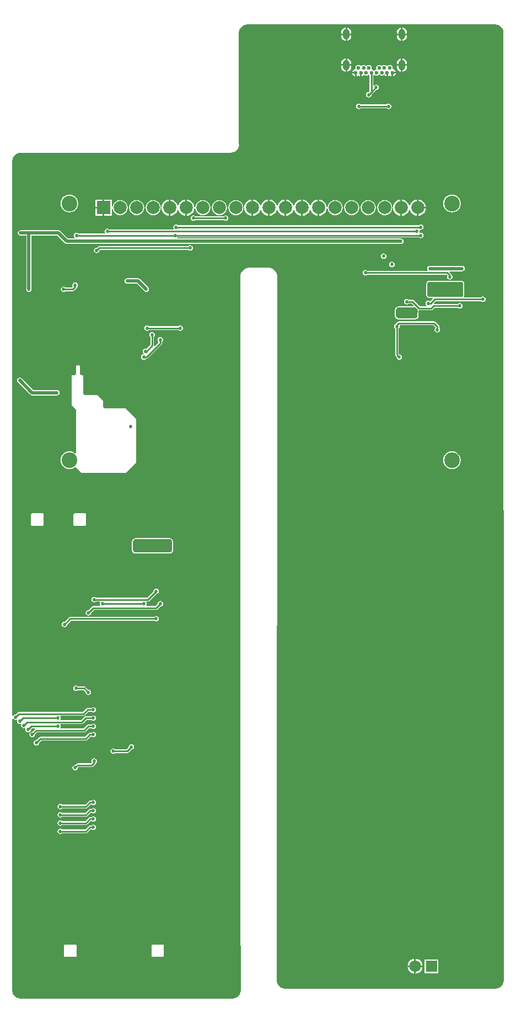
<source format=gbl>
G04*
G04 #@! TF.GenerationSoftware,Altium Limited,CircuitStudio,1.5.2 (30)*
G04*
G04 Layer_Physical_Order=2*
G04 Layer_Color=12500520*
%FSLAX25Y25*%
%MOIN*%
G70*
G01*
G75*
%ADD11C,0.01000*%
%ADD13C,0.02000*%
%ADD40C,0.07087*%
%ADD41R,0.07087X0.07087*%
%ADD42C,0.09449*%
%ADD43R,0.07874X0.07874*%
%ADD44C,0.07874*%
%ADD45O,0.03937X0.06299*%
%ADD46C,0.02362*%
%ADD47C,0.02050*%
%ADD48C,0.01969*%
%ADD49C,0.02000*%
G36*
X302626Y626249D02*
X303842Y625746D01*
X304886Y624944D01*
X305687Y623901D01*
X306190Y622685D01*
X306298Y621869D01*
X306319Y621378D01*
X306319D01*
X306362Y48878D01*
X306362Y48878D01*
X306190Y47572D01*
X305686Y46356D01*
X304885Y45312D01*
X303841Y44510D01*
X302625Y44007D01*
X301809Y43899D01*
X301319Y43878D01*
Y43878D01*
X174319Y43835D01*
X174318Y43835D01*
X173013Y44007D01*
X171797Y44510D01*
X170753Y45312D01*
X169951Y46356D01*
X169448Y47572D01*
X169341Y48385D01*
X169319Y48878D01*
X169319Y48878D01*
X169319Y48878D01*
X169362Y474378D01*
X169362Y474379D01*
X169190Y475684D01*
X168687Y476900D01*
X167885Y477944D01*
X166841Y478745D01*
X165625Y479249D01*
X164809Y479356D01*
X164321Y479421D01*
X164319Y479421D01*
D01*
X163820Y479419D01*
X163766Y479426D01*
X163721Y479415D01*
X163679Y479432D01*
X156758Y479405D01*
X152887Y479419D01*
X152854Y479432D01*
X152823Y479419D01*
X152797Y479419D01*
X152770Y479426D01*
X152715Y479419D01*
X152319Y479421D01*
X152317Y479421D01*
X151012Y479249D01*
X149796Y478746D01*
X148752Y477945D01*
X147951Y476901D01*
X147448Y475685D01*
X147339Y474864D01*
X147338Y474851D01*
X147277Y474390D01*
X147276Y474380D01*
X147247Y473904D01*
X147247Y473904D01*
X147244Y473866D01*
X147241Y473819D01*
X147241Y473424D01*
X147284Y70378D01*
X147241Y70275D01*
X147258Y70234D01*
X147247Y70191D01*
X147359Y69337D01*
X147362Y42878D01*
X147362Y42875D01*
X147190Y41571D01*
X146687Y40355D01*
X145886Y39311D01*
X144842Y38510D01*
X143626Y38006D01*
X142809Y37899D01*
X142319Y37878D01*
Y37878D01*
X14319Y37835D01*
X13014Y38007D01*
X11797Y38510D01*
X10753Y39312D01*
X9951Y40356D01*
X9448Y41573D01*
X9281Y42835D01*
X9319Y42878D01*
X9319D01*
Y206866D01*
X9402Y206926D01*
X10082Y206805D01*
X10147Y206706D01*
X10685Y206347D01*
X11319Y206221D01*
X11904Y206337D01*
X12110Y206169D01*
X12279Y205963D01*
X12162Y205378D01*
X12288Y204744D01*
X12647Y204206D01*
X13185Y203847D01*
X13819Y203721D01*
X14404Y203837D01*
X14610Y203669D01*
X14779Y203463D01*
X14662Y202878D01*
X14788Y202244D01*
X15147Y201706D01*
X15685Y201347D01*
X16319Y201221D01*
X16904Y201338D01*
X17110Y201169D01*
X17279Y200963D01*
X17162Y200378D01*
X17288Y199744D01*
X17647Y199206D01*
X18185Y198847D01*
X18819Y198721D01*
X19453Y198847D01*
X19990Y199206D01*
X20350Y199744D01*
X20476Y200378D01*
X20464Y200437D01*
X21283Y201256D01*
X23002D01*
X23154Y200756D01*
X23026Y200671D01*
X23026Y200671D01*
X21378Y199023D01*
X21319Y199035D01*
X20685Y198909D01*
X20147Y198549D01*
X19788Y198012D01*
X19662Y197378D01*
X19788Y196744D01*
X20147Y196206D01*
X20685Y195847D01*
X21319Y195721D01*
X21953Y195847D01*
X22490Y196206D01*
X22850Y196744D01*
X22976Y197378D01*
X22964Y197437D01*
X24284Y198756D01*
X52733D01*
X52733Y198756D01*
X53162Y198842D01*
X53526Y199085D01*
X55698Y201256D01*
X57114D01*
X57147Y201206D01*
X57685Y200847D01*
X58319Y200721D01*
X58953Y200847D01*
X59491Y201206D01*
X59850Y201744D01*
X59976Y202378D01*
X59850Y203012D01*
X59491Y203550D01*
X58953Y203909D01*
X58319Y204035D01*
X57685Y203909D01*
X57147Y203550D01*
X57114Y203500D01*
X55233D01*
X54804Y203414D01*
X54440Y203171D01*
X54440Y203171D01*
X52269Y200999D01*
X38454D01*
X38186Y201500D01*
X38350Y201744D01*
X38476Y202378D01*
X38350Y203012D01*
X38186Y203256D01*
X38454Y203756D01*
X51233D01*
X51233Y203756D01*
X51662Y203842D01*
X52026Y204085D01*
X54198Y206256D01*
X57114D01*
X57147Y206206D01*
X57685Y205847D01*
X58319Y205721D01*
X58953Y205847D01*
X59491Y206206D01*
X59850Y206744D01*
X59976Y207378D01*
X59850Y208012D01*
X59491Y208549D01*
X58953Y208909D01*
X58319Y209035D01*
X57685Y208909D01*
X57147Y208549D01*
X57114Y208500D01*
X53733D01*
X53304Y208414D01*
X52940Y208171D01*
X52940Y208171D01*
X50769Y205999D01*
X38454D01*
X38186Y206500D01*
X38350Y206744D01*
X38476Y207378D01*
X38350Y208012D01*
X38186Y208256D01*
X38454Y208756D01*
X52440D01*
X52440Y208756D01*
X52869Y208842D01*
X53233Y209085D01*
X55405Y211256D01*
X57114D01*
X57147Y211206D01*
X57685Y210847D01*
X58319Y210721D01*
X58953Y210847D01*
X59491Y211206D01*
X59850Y211744D01*
X59976Y212378D01*
X59850Y213012D01*
X59491Y213549D01*
X58953Y213909D01*
X58319Y214035D01*
X57685Y213909D01*
X57147Y213549D01*
X57114Y213499D01*
X54940D01*
X54511Y213414D01*
X54147Y213171D01*
X54147Y213171D01*
X51976Y210999D01*
X13319D01*
X13319Y210999D01*
X12890Y210914D01*
X12526Y210671D01*
X12526Y210671D01*
X11378Y209523D01*
X11319Y209535D01*
X10685Y209409D01*
X10147Y209050D01*
X10082Y208951D01*
X9402Y208830D01*
X9319Y208890D01*
Y355378D01*
X9276Y543878D01*
X9448Y545183D01*
X9951Y546399D01*
X10753Y547444D01*
X11797Y548245D01*
X13014Y548749D01*
X14276Y548915D01*
X14319Y548878D01*
Y548878D01*
X14319Y548878D01*
X141319Y548835D01*
X142624Y549007D01*
X143841Y549510D01*
X144885Y550312D01*
X145686Y551356D01*
X146190Y552573D01*
X146362Y553878D01*
X146319D01*
X146276Y621378D01*
X146448Y622683D01*
X146951Y623900D01*
X147753Y624944D01*
X148797Y625745D01*
X150014Y626249D01*
X151276Y626415D01*
X151319Y626378D01*
Y626378D01*
X301319Y626421D01*
X301321Y626421D01*
X302626Y626249D01*
D02*
G37*
%LPC*%
G36*
X110819Y444535D02*
X110185Y444409D01*
X109647Y444050D01*
X109614Y443999D01*
X92024D01*
X91991Y444050D01*
X91453Y444409D01*
X90819Y444535D01*
X90185Y444409D01*
X89647Y444050D01*
X89288Y443512D01*
X89162Y442878D01*
X89288Y442244D01*
X89647Y441706D01*
X90185Y441347D01*
X90819Y441221D01*
X91453Y441347D01*
X91991Y441706D01*
X92024Y441756D01*
X109614D01*
X109647Y441706D01*
X110185Y441347D01*
X110819Y441221D01*
X111453Y441347D01*
X111990Y441706D01*
X112350Y442244D01*
X112476Y442878D01*
X112350Y443512D01*
X111990Y444050D01*
X111453Y444409D01*
X110819Y444535D01*
D02*
G37*
G36*
X264319Y447000D02*
X264319Y447000D01*
X242819D01*
X242390Y446914D01*
X242026Y446671D01*
X242026Y446671D01*
X241026Y445671D01*
X240783Y445307D01*
X240744Y445114D01*
X240647Y445049D01*
X240288Y444512D01*
X240162Y443878D01*
X240288Y443244D01*
X240647Y442706D01*
X240697Y442673D01*
Y426878D01*
X240697Y426878D01*
X240783Y426449D01*
X241026Y426085D01*
X241695Y425416D01*
X241688Y425378D01*
X241812Y424754D01*
X242165Y424224D01*
X242695Y423871D01*
X243319Y423747D01*
X243943Y423871D01*
X244473Y424224D01*
X244826Y424754D01*
X244950Y425378D01*
X244826Y426002D01*
X244473Y426532D01*
X243943Y426885D01*
X243319Y427009D01*
X243281Y427002D01*
X242940Y427343D01*
Y442673D01*
X242990Y442706D01*
X243350Y443244D01*
X243476Y443878D01*
X243401Y444256D01*
X243722Y444728D01*
X243772Y444756D01*
X263854D01*
X265080Y443531D01*
X265147Y443049D01*
X264788Y442512D01*
X264662Y441878D01*
X264788Y441244D01*
X265147Y440706D01*
X265685Y440347D01*
X266319Y440221D01*
X266953Y440347D01*
X267491Y440706D01*
X267850Y441244D01*
X267976Y441878D01*
X267850Y442512D01*
X267491Y443049D01*
X267441Y443083D01*
Y443878D01*
X267441Y443878D01*
X267355Y444307D01*
X267112Y444671D01*
X267112Y444671D01*
X265112Y446671D01*
X264748Y446914D01*
X264319Y447000D01*
D02*
G37*
G36*
X47319Y470535D02*
X46685Y470409D01*
X46147Y470049D01*
X45788Y469512D01*
X45662Y468878D01*
X45788Y468244D01*
X45913Y468058D01*
X45354Y467499D01*
X41524D01*
X41491Y467550D01*
X40953Y467909D01*
X40319Y468035D01*
X39685Y467909D01*
X39147Y467550D01*
X38788Y467012D01*
X38662Y466378D01*
X38788Y465744D01*
X39147Y465206D01*
X39685Y464847D01*
X40319Y464721D01*
X40953Y464847D01*
X41491Y465206D01*
X41524Y465256D01*
X45819D01*
X45819Y465256D01*
X46248Y465342D01*
X46612Y465585D01*
X48112Y467085D01*
X48355Y467449D01*
X48393Y467641D01*
X48491Y467706D01*
X48850Y468244D01*
X48976Y468878D01*
X48850Y469512D01*
X48491Y470049D01*
X47953Y470409D01*
X47319Y470535D01*
D02*
G37*
G36*
X78819Y473035D02*
X78185Y472909D01*
X77647Y472549D01*
X77288Y472012D01*
X77162Y471378D01*
X77288Y470744D01*
X77647Y470206D01*
X78185Y469847D01*
X78819Y469721D01*
X78947Y469747D01*
X84643D01*
X89075Y465315D01*
X89147Y465206D01*
X89685Y464847D01*
X90319Y464721D01*
X90953Y464847D01*
X91491Y465206D01*
X91850Y465744D01*
X91976Y466378D01*
X91850Y467012D01*
X91491Y467550D01*
X91382Y467622D01*
X86472Y472532D01*
X85943Y472885D01*
X85319Y473009D01*
X78947D01*
X78819Y473035D01*
D02*
G37*
G36*
X93819Y440535D02*
X93185Y440409D01*
X92647Y440050D01*
X92288Y439512D01*
X92162Y438878D01*
X92288Y438244D01*
X92647Y437706D01*
X92697Y437673D01*
Y432842D01*
X90295Y430440D01*
X89819Y430535D01*
X89185Y430409D01*
X88647Y430050D01*
X88288Y429512D01*
X88162Y428878D01*
X88288Y428244D01*
X88647Y427706D01*
X88820Y427591D01*
X88782Y427334D01*
X88670Y427090D01*
X88114Y426979D01*
X87577Y426620D01*
X87217Y426083D01*
X87091Y425449D01*
X87217Y424815D01*
X87577Y424277D01*
X88114Y423918D01*
X88748Y423792D01*
X89382Y423918D01*
X89920Y424277D01*
X89953Y424327D01*
X90390D01*
X90390Y424327D01*
X90819Y424413D01*
X91183Y424656D01*
X99612Y433085D01*
X99855Y433449D01*
X99941Y433878D01*
X99941Y433878D01*
Y434673D01*
X99990Y434706D01*
X100350Y435244D01*
X100476Y435878D01*
X100350Y436512D01*
X99990Y437049D01*
X99453Y437409D01*
X98819Y437535D01*
X98185Y437409D01*
X97647Y437049D01*
X97288Y436512D01*
X97162Y435878D01*
X97288Y435244D01*
X97647Y434706D01*
X97580Y434225D01*
X95380Y432025D01*
X94919Y432271D01*
X94941Y432378D01*
X94941Y432378D01*
Y437673D01*
X94990Y437706D01*
X95350Y438244D01*
X95476Y438878D01*
X95350Y439512D01*
X94990Y440050D01*
X94453Y440409D01*
X93819Y440535D01*
D02*
G37*
G36*
X275138Y368500D02*
X273748Y368317D01*
X272453Y367781D01*
X271340Y366927D01*
X270487Y365815D01*
X269950Y364520D01*
X269767Y363130D01*
X269950Y361740D01*
X270487Y360445D01*
X271340Y359332D01*
X272453Y358479D01*
X273748Y357943D01*
X275138Y357760D01*
X276528Y357943D01*
X277823Y358479D01*
X278935Y359332D01*
X279789Y360445D01*
X280325Y361740D01*
X280508Y363130D01*
X280325Y364520D01*
X279789Y365815D01*
X278935Y366927D01*
X277823Y367781D01*
X276528Y368317D01*
X275138Y368500D01*
D02*
G37*
G36*
X53319Y331051D02*
X46965D01*
X46505Y330861D01*
X46315Y330401D01*
Y324102D01*
X46505Y323643D01*
X46965Y323453D01*
X53319D01*
X53778Y323643D01*
X53968Y324102D01*
Y330401D01*
X53778Y330861D01*
X53319Y331051D01*
D02*
G37*
G36*
X13819Y413035D02*
X13185Y412909D01*
X12647Y412549D01*
X12288Y412012D01*
X12162Y411378D01*
X12288Y410744D01*
X12647Y410206D01*
X12756Y410134D01*
X20165Y402724D01*
X20695Y402371D01*
X21319Y402247D01*
X36191D01*
X36319Y402221D01*
X36953Y402347D01*
X37490Y402706D01*
X37850Y403244D01*
X37976Y403878D01*
X37850Y404512D01*
X37490Y405050D01*
X36953Y405409D01*
X36319Y405535D01*
X36191Y405509D01*
X21995D01*
X15063Y412441D01*
X14990Y412549D01*
X14453Y412909D01*
X13819Y413035D01*
D02*
G37*
G36*
X49819Y420378D02*
X48319D01*
X47819Y419878D01*
Y415378D01*
X46819Y414378D01*
X45319D01*
Y396378D01*
X47819Y393878D01*
Y367387D01*
X47319Y367140D01*
X46484Y367781D01*
X45189Y368317D01*
X43799Y368500D01*
X42409Y368317D01*
X41114Y367781D01*
X40002Y366927D01*
X39148Y365815D01*
X38612Y364520D01*
X38429Y363130D01*
X38612Y361740D01*
X39148Y360445D01*
X40002Y359332D01*
X41114Y358479D01*
X42409Y357943D01*
X43799Y357760D01*
X45189Y357943D01*
X46484Y358479D01*
X47319Y359119D01*
X47819Y358878D01*
X51319Y355378D01*
X77819D01*
X84319Y361878D01*
Y387878D01*
X77819Y394378D01*
X65319D01*
X64319Y395378D01*
Y398878D01*
X60819Y402378D01*
X53319D01*
X52319Y403378D01*
Y414378D01*
X51319D01*
X50319Y415378D01*
Y419878D01*
X49819Y420378D01*
D02*
G37*
G36*
X261320Y471547D02*
X261258Y471521D01*
X261192Y471534D01*
X260802Y471457D01*
X260695Y471385D01*
X260568Y471360D01*
X260237Y471139D01*
X260165Y471032D01*
X260058Y470960D01*
X259882Y470696D01*
X259858Y470577D01*
X259788Y470478D01*
X259685Y470020D01*
X259698Y469948D01*
X259669Y469880D01*
X259650Y462880D01*
X259676Y462817D01*
X259662Y462751D01*
X259740Y462361D01*
X259812Y462254D01*
X259837Y462127D01*
X260058Y461796D01*
X260165Y461724D01*
X260237Y461617D01*
X260501Y461441D01*
X260620Y461417D01*
X260719Y461347D01*
X261176Y461244D01*
X261250Y461257D01*
X261318Y461229D01*
X263374Y461226D01*
X263581Y460726D01*
X261939Y459084D01*
X261453Y459409D01*
X260819Y459535D01*
X260185Y459409D01*
X259647Y459050D01*
X259288Y458512D01*
X259162Y457878D01*
X259288Y457244D01*
X259647Y456706D01*
X259957Y456499D01*
X259805Y456000D01*
X255784D01*
X252112Y459671D01*
X251748Y459914D01*
X251319Y460000D01*
X251319Y460000D01*
X249024D01*
X248991Y460049D01*
X248453Y460409D01*
X247819Y460535D01*
X247185Y460409D01*
X246647Y460049D01*
X246288Y459512D01*
X246162Y458878D01*
X246288Y458244D01*
X246647Y457706D01*
X247185Y457347D01*
X247819Y457221D01*
X248453Y457347D01*
X248991Y457706D01*
X249024Y457756D01*
X250854D01*
X252119Y456492D01*
X251927Y456030D01*
X242821Y456057D01*
X242758Y456031D01*
X242692Y456044D01*
X242107Y455928D01*
X242000Y455856D01*
X241873Y455831D01*
X241377Y455499D01*
X241305Y455392D01*
X241197Y455320D01*
X240866Y454824D01*
X240841Y454697D01*
X240769Y454590D01*
X240658Y454033D01*
X240665Y454000D01*
X240649Y453970D01*
X240673Y453891D01*
X240669Y453883D01*
X240640Y450383D01*
X240666Y450319D01*
X240653Y450251D01*
X240769Y449666D01*
X240841Y449558D01*
X240866Y449432D01*
X241197Y448936D01*
X241305Y448864D01*
X241377Y448757D01*
X241873Y448425D01*
X242000Y448400D01*
X242107Y448328D01*
X242663Y448217D01*
X242697Y448224D01*
X242727Y448208D01*
X242808Y448233D01*
X242817Y448229D01*
X252817Y448199D01*
X252880Y448225D01*
X252946Y448212D01*
X253531Y448328D01*
X253638Y448400D01*
X253765Y448425D01*
X254261Y448757D01*
X254333Y448864D01*
X254440Y448936D01*
X254772Y449432D01*
X254797Y449558D01*
X254869Y449666D01*
X254980Y450222D01*
X254973Y450256D01*
X254989Y450286D01*
X254965Y450364D01*
X254968Y450373D01*
X254995Y453492D01*
X255319Y453756D01*
X262612D01*
X262612Y453756D01*
X263041Y453842D01*
X263405Y454085D01*
X264576Y455256D01*
X278614D01*
X278647Y455206D01*
X279185Y454847D01*
X279819Y454721D01*
X280453Y454847D01*
X280991Y455206D01*
X281350Y455744D01*
X281476Y456378D01*
X281350Y457012D01*
X280991Y457549D01*
X280453Y457909D01*
X279819Y458035D01*
X279185Y457909D01*
X278647Y457549D01*
X278614Y457500D01*
X264234D01*
X264055Y457794D01*
X264017Y457989D01*
X265283Y459256D01*
X292614D01*
X292647Y459206D01*
X293185Y458847D01*
X293819Y458721D01*
X294453Y458847D01*
X294990Y459206D01*
X295350Y459744D01*
X295476Y460378D01*
X295350Y461012D01*
X294990Y461550D01*
X294453Y461909D01*
X293819Y462035D01*
X293185Y461909D01*
X292647Y461550D01*
X292614Y461500D01*
X282467D01*
X282216Y462000D01*
X282256Y462060D01*
X282280Y462179D01*
X282350Y462278D01*
X282453Y462735D01*
X282440Y462809D01*
X282468Y462878D01*
Y469878D01*
X282440Y469947D01*
X282453Y470020D01*
X282350Y470478D01*
X282280Y470577D01*
X282256Y470696D01*
X282080Y470960D01*
X281973Y471031D01*
X281901Y471139D01*
X281637Y471315D01*
X281518Y471339D01*
X281419Y471409D01*
X280961Y471512D01*
X280888Y471499D01*
X280820Y471527D01*
X261320Y471547D01*
D02*
G37*
G36*
X63968Y515150D02*
X59531D01*
Y510713D01*
X63968D01*
Y515150D01*
D02*
G37*
G36*
X138319Y511035D02*
X137685Y510909D01*
X137147Y510549D01*
X137114Y510499D01*
X120024D01*
X119991Y510549D01*
X119453Y510909D01*
X118819Y511035D01*
X118185Y510909D01*
X117647Y510549D01*
X117288Y510012D01*
X117162Y509378D01*
X117288Y508744D01*
X117647Y508206D01*
X118185Y507847D01*
X118819Y507721D01*
X119453Y507847D01*
X119991Y508206D01*
X120024Y508256D01*
X137114D01*
X137147Y508206D01*
X137685Y507847D01*
X138319Y507721D01*
X138953Y507847D01*
X139490Y508206D01*
X139850Y508744D01*
X139976Y509378D01*
X139850Y510012D01*
X139490Y510549D01*
X138953Y510909D01*
X138319Y511035D01*
D02*
G37*
G36*
X69406Y520587D02*
X64969D01*
Y515650D01*
Y510713D01*
X69406D01*
Y515517D01*
X69854Y515546D01*
X69884Y515548D01*
X69902Y515549D01*
X69906Y515550D01*
X69942Y515274D01*
Y515274D01*
X70048Y514465D01*
X70505Y513362D01*
X71233Y512414D01*
X72180Y511687D01*
X73284Y511229D01*
X74468Y511073D01*
X75653Y511229D01*
X76757Y511687D01*
X77704Y512414D01*
X78432Y513362D01*
X78889Y514465D01*
X79045Y515650D01*
X78889Y516834D01*
X78432Y517938D01*
X77704Y518885D01*
X76757Y519613D01*
X75653Y520070D01*
X74468Y520226D01*
X73284Y520070D01*
X72180Y519613D01*
X71233Y518885D01*
X70505Y517938D01*
X70048Y516834D01*
X69942Y516025D01*
Y516025D01*
X69906Y515750D01*
X69902Y515750D01*
X69884Y515751D01*
X69854Y515753D01*
X69406Y515782D01*
Y520587D01*
D02*
G37*
G36*
X259382Y515150D02*
X254969D01*
Y510736D01*
X255757Y510840D01*
X256958Y511337D01*
X257990Y512128D01*
X258781Y513160D01*
X259278Y514361D01*
X259382Y515150D01*
D02*
G37*
G36*
X256319Y505535D02*
X255685Y505409D01*
X255147Y505050D01*
X255114Y504999D01*
X109524D01*
X109491Y505050D01*
X108953Y505409D01*
X108319Y505535D01*
X107685Y505409D01*
X107147Y505050D01*
X106788Y504512D01*
X106662Y503878D01*
X106788Y503244D01*
X106951Y502999D01*
X106684Y502499D01*
X68024D01*
X67990Y502550D01*
X67453Y502909D01*
X66819Y503035D01*
X66185Y502909D01*
X65647Y502550D01*
X65288Y502012D01*
X65162Y501378D01*
X65288Y500744D01*
X65452Y500499D01*
X65184Y500000D01*
X49367D01*
X49334Y500049D01*
X48796Y500409D01*
X48162Y500535D01*
X47528Y500409D01*
X46991Y500049D01*
X46631Y499512D01*
X46505Y498878D01*
X46631Y498244D01*
X46991Y497706D01*
X47286Y497509D01*
X47134Y497009D01*
X42995D01*
X38473Y501532D01*
X37943Y501885D01*
X37319Y502009D01*
X14447D01*
X14319Y502035D01*
X13685Y501909D01*
X13147Y501549D01*
X12788Y501012D01*
X12662Y500378D01*
X12788Y499744D01*
X13147Y499206D01*
X13685Y498847D01*
X14319Y498721D01*
X14447Y498747D01*
X17688D01*
Y466506D01*
X17662Y466378D01*
X17788Y465744D01*
X18147Y465206D01*
X18685Y464847D01*
X19319Y464721D01*
X19953Y464847D01*
X20491Y465206D01*
X20850Y465744D01*
X20976Y466378D01*
X20950Y466506D01*
Y498747D01*
X36643D01*
X41165Y494224D01*
X41695Y493871D01*
X42319Y493747D01*
X86191D01*
X86319Y493721D01*
X86447Y493747D01*
X97691D01*
X97819Y493721D01*
X97947Y493747D01*
X244191D01*
X244319Y493721D01*
X244953Y493847D01*
X245491Y494206D01*
X245850Y494744D01*
X245976Y495378D01*
X245850Y496012D01*
X245491Y496550D01*
X244953Y496909D01*
X244319Y497035D01*
X244191Y497009D01*
X109046D01*
X108861Y497509D01*
X109090Y497756D01*
X255114D01*
X255147Y497706D01*
X255685Y497347D01*
X256319Y497221D01*
X256953Y497347D01*
X257490Y497706D01*
X257850Y498244D01*
X257976Y498878D01*
X257850Y499512D01*
X257490Y500049D01*
X256953Y500409D01*
X256319Y500535D01*
X255733Y500418D01*
X255528Y500587D01*
X255359Y500792D01*
X255476Y501378D01*
X255359Y501963D01*
X255528Y502169D01*
X255733Y502338D01*
X256319Y502221D01*
X256953Y502347D01*
X257490Y502706D01*
X257850Y503244D01*
X257976Y503878D01*
X257850Y504512D01*
X257490Y505050D01*
X256953Y505409D01*
X256319Y505535D01*
D02*
G37*
G36*
X281319Y480535D02*
X281191Y480509D01*
X261947D01*
X261819Y480535D01*
X261185Y480409D01*
X260647Y480050D01*
X260288Y479512D01*
X260162Y478878D01*
X260288Y478244D01*
X260452Y477999D01*
X260184Y477499D01*
X224024D01*
X223991Y477550D01*
X223453Y477909D01*
X222819Y478035D01*
X222185Y477909D01*
X221647Y477550D01*
X221288Y477012D01*
X221162Y476378D01*
X221288Y475744D01*
X221647Y475206D01*
X222185Y474847D01*
X222819Y474721D01*
X223453Y474847D01*
X223991Y475206D01*
X224024Y475256D01*
X271854D01*
X272413Y474698D01*
X272288Y474512D01*
X272162Y473878D01*
X272288Y473244D01*
X272647Y472706D01*
X273185Y472347D01*
X273819Y472221D01*
X274453Y472347D01*
X274991Y472706D01*
X275350Y473244D01*
X275476Y473878D01*
X275350Y474512D01*
X274991Y475049D01*
X274893Y475114D01*
X274855Y475307D01*
X274612Y475671D01*
X273536Y476747D01*
X273744Y477247D01*
X281191D01*
X281319Y477221D01*
X281953Y477347D01*
X282490Y477706D01*
X282850Y478244D01*
X282976Y478878D01*
X282850Y479512D01*
X282490Y480050D01*
X281953Y480409D01*
X281319Y480535D01*
D02*
G37*
G36*
X238819Y483035D02*
X238185Y482909D01*
X237647Y482549D01*
X237288Y482012D01*
X237162Y481378D01*
X237288Y480744D01*
X237647Y480206D01*
X238185Y479847D01*
X238819Y479721D01*
X239453Y479847D01*
X239990Y480206D01*
X240350Y480744D01*
X240476Y481378D01*
X240350Y482012D01*
X239990Y482549D01*
X239453Y482909D01*
X238819Y483035D01*
D02*
G37*
G36*
X116819Y493035D02*
X116185Y492909D01*
X115647Y492550D01*
X115614Y492499D01*
X61819D01*
X61819Y492499D01*
X61390Y492414D01*
X61026Y492171D01*
X60378Y491523D01*
X60319Y491535D01*
X59685Y491409D01*
X59147Y491049D01*
X58788Y490512D01*
X58662Y489878D01*
X58788Y489244D01*
X59147Y488706D01*
X59685Y488347D01*
X60319Y488221D01*
X60953Y488347D01*
X61490Y488706D01*
X61850Y489244D01*
X61976Y489878D01*
X61975Y489884D01*
X62306Y490256D01*
X115614D01*
X115647Y490206D01*
X116185Y489847D01*
X116819Y489721D01*
X117453Y489847D01*
X117991Y490206D01*
X118350Y490744D01*
X118476Y491378D01*
X118350Y492012D01*
X117991Y492550D01*
X117453Y492909D01*
X116819Y493035D01*
D02*
G37*
G36*
X233819Y488035D02*
X233185Y487909D01*
X232647Y487549D01*
X232288Y487012D01*
X232162Y486378D01*
X232288Y485744D01*
X232647Y485206D01*
X233185Y484847D01*
X233819Y484721D01*
X234453Y484847D01*
X234991Y485206D01*
X235350Y485744D01*
X235476Y486378D01*
X235350Y487012D01*
X234991Y487549D01*
X234453Y487909D01*
X233819Y488035D01*
D02*
G37*
G36*
X100319Y70551D02*
X94244D01*
X93785Y70361D01*
X93595Y69902D01*
Y63602D01*
X93785Y63143D01*
X94244Y62953D01*
X100319D01*
X100778Y63143D01*
X100968Y63602D01*
Y69902D01*
X100778Y70361D01*
X100319Y70551D01*
D02*
G37*
G36*
X47394Y70551D02*
X41319D01*
X40860Y70361D01*
X40670Y69902D01*
Y63602D01*
X40860Y63143D01*
X41319Y62953D01*
X47394D01*
X47853Y63143D01*
X48043Y63602D01*
Y69902D01*
X47853Y70361D01*
X47394Y70551D01*
D02*
G37*
G36*
X58319Y148035D02*
X57685Y147909D01*
X57147Y147549D01*
X57114Y147500D01*
X56319D01*
X55890Y147414D01*
X55526Y147171D01*
X55526Y147171D01*
X53354Y145000D01*
X39524D01*
X39491Y145050D01*
X38953Y145409D01*
X38319Y145535D01*
X37685Y145409D01*
X37147Y145050D01*
X36788Y144512D01*
X36662Y143878D01*
X36788Y143244D01*
X37147Y142706D01*
X37685Y142347D01*
X38319Y142221D01*
X38953Y142347D01*
X39491Y142706D01*
X39524Y142756D01*
X53819D01*
X53819Y142756D01*
X54248Y142842D01*
X54612Y143085D01*
X56666Y145139D01*
X57147Y145206D01*
X57685Y144847D01*
X58319Y144721D01*
X58953Y144847D01*
X59491Y145206D01*
X59850Y145744D01*
X59976Y146378D01*
X59850Y147012D01*
X59491Y147549D01*
X58953Y147909D01*
X58319Y148035D01*
D02*
G37*
G36*
Y143035D02*
X57685Y142909D01*
X57147Y142550D01*
X57114Y142499D01*
X56319D01*
X55890Y142414D01*
X55526Y142171D01*
X55526Y142171D01*
X53354Y139999D01*
X39524D01*
X39491Y140050D01*
X38953Y140409D01*
X38319Y140535D01*
X37685Y140409D01*
X37147Y140050D01*
X36788Y139512D01*
X36662Y138878D01*
X36788Y138244D01*
X37147Y137706D01*
X37685Y137347D01*
X38319Y137221D01*
X38953Y137347D01*
X39491Y137706D01*
X39524Y137756D01*
X53819D01*
X53819Y137756D01*
X54248Y137842D01*
X54612Y138085D01*
X56666Y140139D01*
X57147Y140206D01*
X57685Y139847D01*
X58319Y139721D01*
X58953Y139847D01*
X59491Y140206D01*
X59850Y140744D01*
X59976Y141378D01*
X59850Y142012D01*
X59491Y142550D01*
X58953Y142909D01*
X58319Y143035D01*
D02*
G37*
G36*
X253319Y61895D02*
Y57878D01*
X257336D01*
X257245Y58564D01*
X256787Y59669D01*
X256059Y60618D01*
X255110Y61347D01*
X254005Y61804D01*
X253319Y61895D01*
D02*
G37*
G36*
X252319Y56878D02*
X248302D01*
X248393Y56192D01*
X248850Y55087D01*
X249579Y54138D01*
X250528Y53409D01*
X251633Y52952D01*
X252319Y52861D01*
Y56878D01*
D02*
G37*
G36*
X257336D02*
X253319D01*
Y52861D01*
X254005Y52952D01*
X255110Y53409D01*
X256059Y54138D01*
X256787Y55087D01*
X257245Y56192D01*
X257336Y56878D01*
D02*
G37*
G36*
X252319Y61895D02*
X251633Y61804D01*
X250528Y61347D01*
X249579Y60618D01*
X248850Y59669D01*
X248393Y58564D01*
X248302Y57878D01*
X252319D01*
Y61895D01*
D02*
G37*
G36*
X266962Y61521D02*
X258676D01*
Y53235D01*
X266962D01*
Y61521D01*
D02*
G37*
G36*
X58319Y153035D02*
X57685Y152909D01*
X57147Y152550D01*
X57114Y152499D01*
X56319D01*
X55890Y152414D01*
X55526Y152171D01*
X55526Y152171D01*
X53354Y149999D01*
X39524D01*
X39491Y150049D01*
X38953Y150409D01*
X38319Y150535D01*
X37685Y150409D01*
X37147Y150049D01*
X36788Y149512D01*
X36662Y148878D01*
X36788Y148244D01*
X37147Y147706D01*
X37685Y147347D01*
X38319Y147221D01*
X38953Y147347D01*
X39491Y147706D01*
X39524Y147756D01*
X53819D01*
X53819Y147756D01*
X54248Y147842D01*
X54612Y148085D01*
X56666Y150139D01*
X57147Y150206D01*
X57685Y149847D01*
X58319Y149721D01*
X58953Y149847D01*
X59491Y150206D01*
X59850Y150744D01*
X59976Y151378D01*
X59850Y152012D01*
X59491Y152550D01*
X58953Y152909D01*
X58319Y153035D01*
D02*
G37*
G36*
X96319Y285535D02*
X95685Y285409D01*
X95147Y285050D01*
X94788Y284512D01*
X94662Y283878D01*
X94674Y283819D01*
X90854Y279999D01*
X60024D01*
X59991Y280049D01*
X59453Y280409D01*
X58819Y280535D01*
X58185Y280409D01*
X57647Y280049D01*
X57288Y279512D01*
X57162Y278878D01*
X57288Y278244D01*
X57647Y277706D01*
X58185Y277347D01*
X58819Y277221D01*
X59453Y277347D01*
X59991Y277706D01*
X60024Y277756D01*
X62184D01*
X62451Y277256D01*
X62288Y277012D01*
X62162Y276378D01*
X62288Y275744D01*
X62451Y275500D01*
X62184Y274999D01*
X58319D01*
X58319Y274999D01*
X57890Y274914D01*
X57526Y274671D01*
X55378Y272523D01*
X55319Y272535D01*
X54685Y272409D01*
X54147Y272049D01*
X53788Y271512D01*
X53662Y270878D01*
X53788Y270244D01*
X54147Y269706D01*
X54685Y269347D01*
X55319Y269221D01*
X55953Y269347D01*
X56490Y269706D01*
X56850Y270244D01*
X56976Y270878D01*
X56964Y270937D01*
X58784Y272756D01*
X96319D01*
X96319Y272756D01*
X96748Y272842D01*
X97112Y273085D01*
X98760Y274733D01*
X98819Y274721D01*
X99453Y274847D01*
X99990Y275206D01*
X100350Y275744D01*
X100476Y276378D01*
X100350Y277012D01*
X99990Y277550D01*
X99453Y277909D01*
X98819Y278035D01*
X98185Y277909D01*
X97647Y277550D01*
X97288Y277012D01*
X97162Y276378D01*
X97174Y276319D01*
X95854Y274999D01*
X90454D01*
X90186Y275500D01*
X90350Y275744D01*
X90476Y276378D01*
X90350Y277012D01*
X90186Y277256D01*
X90454Y277756D01*
X91319D01*
X91319Y277756D01*
X91748Y277842D01*
X92112Y278085D01*
X96260Y282233D01*
X96319Y282221D01*
X96953Y282347D01*
X97491Y282706D01*
X97850Y283244D01*
X97976Y283878D01*
X97850Y284512D01*
X97491Y285050D01*
X96953Y285409D01*
X96319Y285535D01*
D02*
G37*
G36*
Y269035D02*
X95685Y268909D01*
X95147Y268549D01*
X95114Y268499D01*
X44319D01*
X44319Y268499D01*
X43890Y268414D01*
X43526Y268171D01*
X43526Y268171D01*
X40878Y265523D01*
X40819Y265535D01*
X40185Y265409D01*
X39647Y265050D01*
X39288Y264512D01*
X39162Y263878D01*
X39288Y263244D01*
X39647Y262706D01*
X40185Y262347D01*
X40819Y262221D01*
X41453Y262347D01*
X41991Y262706D01*
X42350Y263244D01*
X42476Y263878D01*
X42464Y263937D01*
X44783Y266256D01*
X95114D01*
X95147Y266206D01*
X95685Y265847D01*
X96319Y265721D01*
X96953Y265847D01*
X97491Y266206D01*
X97850Y266744D01*
X97976Y267378D01*
X97850Y268012D01*
X97491Y268549D01*
X96953Y268909D01*
X96319Y269035D01*
D02*
G37*
G36*
X27673Y331051D02*
X21319D01*
X20860Y330861D01*
X20670Y330401D01*
Y324102D01*
X20860Y323643D01*
X21319Y323453D01*
X27673D01*
X28133Y323643D01*
X28323Y324102D01*
Y330401D01*
X28133Y330861D01*
X27673Y331051D01*
D02*
G37*
G36*
X104318Y316057D02*
X83818Y316027D01*
X83808Y316023D01*
X83727Y316048D01*
X83697Y316032D01*
X83663Y316038D01*
X83107Y315928D01*
X83000Y315856D01*
X82873Y315831D01*
X82377Y315499D01*
X82305Y315392D01*
X82197Y315320D01*
X81866Y314824D01*
X81841Y314697D01*
X81769Y314590D01*
X81653Y314005D01*
X81666Y313937D01*
X81640Y313874D01*
X81669Y308874D01*
X81673Y308865D01*
X81649Y308786D01*
X81665Y308756D01*
X81658Y308722D01*
X81769Y308166D01*
X81841Y308059D01*
X81866Y307932D01*
X82197Y307436D01*
X82305Y307364D01*
X82377Y307257D01*
X82873Y306925D01*
X83000Y306900D01*
X83107Y306828D01*
X83692Y306712D01*
X83758Y306725D01*
X83820Y306699D01*
X104320Y306729D01*
X104330Y306733D01*
X104411Y306708D01*
X104441Y306724D01*
X104474Y306717D01*
X105031Y306828D01*
X105138Y306900D01*
X105265Y306925D01*
X105761Y307257D01*
X105833Y307364D01*
X105940Y307436D01*
X106272Y307932D01*
X106297Y308059D01*
X106369Y308166D01*
X106485Y308751D01*
X106472Y308818D01*
X106498Y308882D01*
X106468Y313882D01*
X106465Y313891D01*
X106489Y313970D01*
X106473Y314000D01*
X106480Y314033D01*
X106369Y314590D01*
X106297Y314697D01*
X106272Y314824D01*
X105940Y315320D01*
X105833Y315392D01*
X105761Y315499D01*
X105265Y315831D01*
X105138Y315856D01*
X105031Y315928D01*
X104446Y316044D01*
X104380Y316031D01*
X104318Y316057D01*
D02*
G37*
G36*
X47819Y227035D02*
X47185Y226909D01*
X46647Y226550D01*
X46288Y226012D01*
X46162Y225378D01*
X46288Y224744D01*
X46647Y224206D01*
X47185Y223847D01*
X47819Y223721D01*
X48453Y223847D01*
X48990Y224206D01*
X49024Y224256D01*
X52354D01*
X53674Y222937D01*
X53662Y222878D01*
X53788Y222244D01*
X54147Y221706D01*
X54685Y221347D01*
X55319Y221221D01*
X55953Y221347D01*
X56490Y221706D01*
X56850Y222244D01*
X56976Y222878D01*
X56850Y223512D01*
X56490Y224049D01*
X55953Y224409D01*
X55319Y224535D01*
X55260Y224523D01*
X53612Y226171D01*
X53248Y226414D01*
X52819Y226500D01*
X52819Y226500D01*
X49024D01*
X48990Y226550D01*
X48453Y226909D01*
X47819Y227035D01*
D02*
G37*
G36*
X58819Y183035D02*
X58185Y182909D01*
X57647Y182550D01*
X57288Y182012D01*
X57162Y181378D01*
X57288Y180744D01*
X57413Y180558D01*
X56854Y179999D01*
X48819D01*
X48819Y179999D01*
X48390Y179914D01*
X48026Y179671D01*
X47378Y179023D01*
X47319Y179035D01*
X46685Y178909D01*
X46147Y178550D01*
X45788Y178012D01*
X45662Y177378D01*
X45788Y176744D01*
X46147Y176206D01*
X46685Y175847D01*
X47319Y175721D01*
X47953Y175847D01*
X48491Y176206D01*
X48850Y176744D01*
X48976Y177378D01*
X48974Y177384D01*
X49306Y177756D01*
X57319D01*
X57319Y177756D01*
X57748Y177842D01*
X58112Y178085D01*
X59612Y179585D01*
X59855Y179949D01*
X59894Y180141D01*
X59991Y180206D01*
X60350Y180744D01*
X60476Y181378D01*
X60350Y182012D01*
X59991Y182550D01*
X59453Y182909D01*
X58819Y183035D01*
D02*
G37*
G36*
X58319Y158035D02*
X57685Y157909D01*
X57147Y157550D01*
X57114Y157500D01*
X56319D01*
X55890Y157414D01*
X55526Y157171D01*
X55526Y157171D01*
X53354Y154999D01*
X39524D01*
X39491Y155050D01*
X38953Y155409D01*
X38319Y155535D01*
X37685Y155409D01*
X37147Y155050D01*
X36788Y154512D01*
X36662Y153878D01*
X36788Y153244D01*
X37147Y152706D01*
X37685Y152347D01*
X38319Y152221D01*
X38953Y152347D01*
X39491Y152706D01*
X39524Y152756D01*
X53819D01*
X53819Y152756D01*
X54248Y152842D01*
X54612Y153085D01*
X56666Y155139D01*
X57147Y155206D01*
X57685Y154847D01*
X58319Y154721D01*
X58953Y154847D01*
X59491Y155206D01*
X59850Y155744D01*
X59976Y156378D01*
X59850Y157012D01*
X59491Y157550D01*
X58953Y157909D01*
X58319Y158035D01*
D02*
G37*
G36*
Y199035D02*
X57685Y198909D01*
X57147Y198549D01*
X57114Y198500D01*
X56233D01*
X55804Y198414D01*
X55440Y198171D01*
X55440Y198171D01*
X53269Y196000D01*
X26319D01*
X25890Y195914D01*
X25526Y195671D01*
X25526Y195671D01*
X23878Y194023D01*
X23819Y194035D01*
X23185Y193909D01*
X22647Y193550D01*
X22288Y193012D01*
X22162Y192378D01*
X22288Y191744D01*
X22647Y191206D01*
X23185Y190847D01*
X23819Y190721D01*
X24453Y190847D01*
X24991Y191206D01*
X25350Y191744D01*
X25476Y192378D01*
X25464Y192437D01*
X26783Y193756D01*
X53733D01*
X53733Y193756D01*
X54162Y193842D01*
X54526Y194085D01*
X56652Y196211D01*
X57147Y196206D01*
X57685Y195847D01*
X58319Y195721D01*
X58953Y195847D01*
X59491Y196206D01*
X59850Y196744D01*
X59976Y197378D01*
X59850Y198012D01*
X59491Y198549D01*
X58953Y198909D01*
X58319Y199035D01*
D02*
G37*
G36*
X81319Y191535D02*
X80685Y191409D01*
X80147Y191050D01*
X79788Y190512D01*
X79662Y189878D01*
X79674Y189819D01*
X78354Y188499D01*
X71524D01*
X71491Y188549D01*
X70953Y188909D01*
X70319Y189035D01*
X69685Y188909D01*
X69147Y188549D01*
X68788Y188012D01*
X68662Y187378D01*
X68788Y186744D01*
X69147Y186206D01*
X69685Y185847D01*
X70319Y185721D01*
X70953Y185847D01*
X71491Y186206D01*
X71524Y186256D01*
X78819D01*
X78819Y186256D01*
X79248Y186342D01*
X79612Y186585D01*
X81260Y188233D01*
X81319Y188221D01*
X81953Y188347D01*
X82490Y188706D01*
X82850Y189244D01*
X82976Y189878D01*
X82850Y190512D01*
X82490Y191050D01*
X81953Y191409D01*
X81319Y191535D01*
D02*
G37*
G36*
X84469Y520226D02*
X83284Y520070D01*
X82180Y519613D01*
X81233Y518885D01*
X80505Y517938D01*
X80048Y516834D01*
X79892Y515650D01*
X80048Y514465D01*
X80505Y513362D01*
X81233Y512414D01*
X82180Y511687D01*
X83284Y511229D01*
X84469Y511073D01*
X85653Y511229D01*
X86757Y511687D01*
X87704Y512414D01*
X88432Y513362D01*
X88889Y514465D01*
X89045Y515650D01*
X88889Y516834D01*
X88432Y517938D01*
X87704Y518885D01*
X86757Y519613D01*
X85653Y520070D01*
X84469Y520226D01*
D02*
G37*
G36*
X247797Y601307D02*
X245303D01*
Y597698D01*
X245578Y597734D01*
X246300Y598033D01*
X246920Y598509D01*
X247396Y599129D01*
X247695Y599851D01*
X247797Y600626D01*
Y601307D01*
D02*
G37*
G36*
X214175D02*
X211681D01*
Y597698D01*
X211956Y597734D01*
X212678Y598033D01*
X213298Y598509D01*
X213774Y599129D01*
X214073Y599851D01*
X214175Y600626D01*
Y601307D01*
D02*
G37*
G36*
X237441Y601891D02*
X236746Y601753D01*
X236171Y601368D01*
X236045Y601298D01*
X235687D01*
X235562Y601368D01*
X234986Y601753D01*
X234291Y601891D01*
X233596Y601753D01*
X233007Y601359D01*
X232967Y601298D01*
X232467D01*
X232426Y601359D01*
X231837Y601753D01*
X231142Y601891D01*
X230447Y601753D01*
X229858Y601359D01*
X229464Y600770D01*
X229326Y600075D01*
X229464Y599380D01*
X229113Y599005D01*
X228872Y598957D01*
X228283Y598564D01*
X228242Y598503D01*
X227742D01*
X227701Y598564D01*
X227112Y598957D01*
X226871Y599005D01*
X226520Y599380D01*
X226659Y600075D01*
X226520Y600770D01*
X226127Y601359D01*
X225537Y601753D01*
X224843Y601891D01*
X224148Y601753D01*
X223572Y601368D01*
X223447Y601298D01*
X223089D01*
X222963Y601368D01*
X222388Y601753D01*
X221693Y601891D01*
X220998Y601753D01*
X220423Y601368D01*
X220297Y601298D01*
X219939D01*
X219814Y601368D01*
X219238Y601753D01*
X218543Y601891D01*
X217848Y601753D01*
X217259Y601359D01*
X216866Y600770D01*
X216727Y600075D01*
X216846Y599479D01*
X216118Y599334D01*
X215396Y598852D01*
X214914Y598131D01*
X214844Y597780D01*
X216969D01*
Y597280D01*
X217469D01*
Y595155D01*
X217820Y595225D01*
X218541Y595707D01*
X218546D01*
X219267Y595225D01*
X219618Y595155D01*
Y597280D01*
X220618D01*
Y595155D01*
X220969Y595225D01*
X221691Y595707D01*
X222330Y595764D01*
X222573Y595602D01*
X223268Y595464D01*
X223963Y595602D01*
X224552Y595995D01*
X225032Y595896D01*
X225296Y595641D01*
Y585941D01*
X224878Y585523D01*
X224819Y585535D01*
X224185Y585409D01*
X223647Y585049D01*
X223288Y584512D01*
X223162Y583878D01*
X223288Y583244D01*
X223647Y582706D01*
X224185Y582347D01*
X224819Y582221D01*
X225453Y582347D01*
X225991Y582706D01*
X226350Y583244D01*
X226476Y583878D01*
X226464Y583937D01*
X227210Y584683D01*
X227210Y584683D01*
X229260Y586733D01*
X229319Y586721D01*
X229953Y586847D01*
X230490Y587206D01*
X230850Y587744D01*
X230976Y588378D01*
X230850Y589012D01*
X230490Y589549D01*
X229953Y589909D01*
X229319Y590035D01*
X228685Y589909D01*
X228147Y589549D01*
X228039Y589387D01*
X227539Y589539D01*
Y595887D01*
X227701Y595995D01*
X227742Y596056D01*
X228242D01*
X228283Y595995D01*
X228872Y595602D01*
X229567Y595464D01*
X230262Y595602D01*
X230851Y595995D01*
X230892Y596056D01*
X231392D01*
X231433Y595995D01*
X232022Y595602D01*
X232717Y595464D01*
X233412Y595602D01*
X233654Y595764D01*
X234294Y595707D01*
X235015Y595225D01*
X235366Y595155D01*
Y597280D01*
X236366D01*
Y595155D01*
X236717Y595225D01*
X237439Y595707D01*
X237443D01*
X238165Y595225D01*
X238516Y595155D01*
Y597280D01*
X239016D01*
Y597780D01*
X241140D01*
X241070Y598131D01*
X240588Y598852D01*
X239867Y599334D01*
X239139Y599479D01*
X239257Y600075D01*
X239119Y600770D01*
X238725Y601359D01*
X238136Y601753D01*
X237441Y601891D01*
D02*
G37*
G36*
X244303Y605916D02*
X244028Y605880D01*
X243306Y605581D01*
X242686Y605105D01*
X242210Y604485D01*
X241911Y603763D01*
X241809Y602988D01*
Y602307D01*
X244303D01*
Y605916D01*
D02*
G37*
G36*
X210681D02*
X210406Y605880D01*
X209684Y605581D01*
X209064Y605105D01*
X208588Y604485D01*
X208289Y603763D01*
X208187Y602988D01*
Y602307D01*
X210681D01*
Y605916D01*
D02*
G37*
G36*
X216469Y596779D02*
X214844D01*
X214914Y596428D01*
X215396Y595707D01*
X216118Y595225D01*
X216469Y595155D01*
Y596779D01*
D02*
G37*
G36*
X236819Y578535D02*
X236185Y578409D01*
X235647Y578050D01*
X235614Y577999D01*
X220024D01*
X219990Y578050D01*
X219453Y578409D01*
X218819Y578535D01*
X218185Y578409D01*
X217647Y578050D01*
X217288Y577512D01*
X217162Y576878D01*
X217288Y576244D01*
X217647Y575706D01*
X218185Y575347D01*
X218819Y575221D01*
X219453Y575347D01*
X219990Y575706D01*
X220024Y575756D01*
X235614D01*
X235647Y575706D01*
X236185Y575347D01*
X236819Y575221D01*
X237453Y575347D01*
X237990Y575706D01*
X238350Y576244D01*
X238476Y576878D01*
X238350Y577512D01*
X237990Y578050D01*
X237453Y578409D01*
X236819Y578535D01*
D02*
G37*
G36*
X241140Y596779D02*
X239516D01*
Y595155D01*
X239867Y595225D01*
X240588Y595707D01*
X241070Y596428D01*
X241140Y596779D01*
D02*
G37*
G36*
X244303Y601307D02*
X241809D01*
Y600626D01*
X241911Y599851D01*
X242210Y599129D01*
X242686Y598509D01*
X243306Y598033D01*
X244028Y597734D01*
X244303Y597698D01*
Y601307D01*
D02*
G37*
G36*
X210681D02*
X208187D01*
Y600626D01*
X208289Y599851D01*
X208588Y599129D01*
X209064Y598509D01*
X209684Y598033D01*
X210406Y597734D01*
X210681Y597698D01*
Y601307D01*
D02*
G37*
G36*
X210681Y624539D02*
X210406Y624502D01*
X209684Y624203D01*
X209064Y623727D01*
X208588Y623107D01*
X208289Y622385D01*
X208187Y621610D01*
Y620929D01*
X210681D01*
Y624539D01*
D02*
G37*
G36*
X247797Y619929D02*
X245303D01*
Y616320D01*
X245578Y616356D01*
X246300Y616655D01*
X246920Y617131D01*
X247396Y617751D01*
X247695Y618473D01*
X247797Y619248D01*
Y619929D01*
D02*
G37*
G36*
X244303Y624539D02*
X244028Y624502D01*
X243306Y624203D01*
X242686Y623727D01*
X242210Y623107D01*
X241911Y622385D01*
X241809Y621610D01*
Y620929D01*
X244303D01*
Y624539D01*
D02*
G37*
G36*
X245303Y624539D02*
Y620929D01*
X247797D01*
Y621610D01*
X247695Y622385D01*
X247396Y623107D01*
X246920Y623727D01*
X246300Y624203D01*
X245578Y624502D01*
X245303Y624539D01*
D02*
G37*
G36*
X211681D02*
Y620929D01*
X214175D01*
Y621610D01*
X214073Y622385D01*
X213774Y623107D01*
X213298Y623727D01*
X212678Y624203D01*
X211956Y624502D01*
X211681Y624539D01*
D02*
G37*
G36*
X245303Y605916D02*
Y602307D01*
X247797D01*
Y602988D01*
X247695Y603763D01*
X247396Y604485D01*
X246920Y605105D01*
X246300Y605581D01*
X245578Y605880D01*
X245303Y605916D01*
D02*
G37*
G36*
X211681D02*
Y602307D01*
X214175D01*
Y602988D01*
X214073Y603763D01*
X213774Y604485D01*
X213298Y605105D01*
X212678Y605581D01*
X211956Y605880D01*
X211681Y605916D01*
D02*
G37*
G36*
X210681Y619929D02*
X208187D01*
Y619248D01*
X208289Y618473D01*
X208588Y617751D01*
X209064Y617131D01*
X209684Y616655D01*
X210406Y616356D01*
X210681Y616320D01*
Y619929D01*
D02*
G37*
G36*
X214175D02*
X211681D01*
Y616320D01*
X211956Y616356D01*
X212678Y616655D01*
X213298Y617131D01*
X213774Y617751D01*
X214073Y618473D01*
X214175Y619248D01*
Y619929D01*
D02*
G37*
G36*
X244303D02*
X241809D01*
Y619248D01*
X241911Y618473D01*
X242210Y617751D01*
X242686Y617131D01*
X243306Y616655D01*
X244028Y616356D01*
X244303Y616320D01*
Y619929D01*
D02*
G37*
G36*
X243969Y520563D02*
X243180Y520460D01*
X241979Y519962D01*
X240947Y519171D01*
X240156Y518139D01*
X239659Y516938D01*
X239524Y515919D01*
X239524D01*
X239043Y515878D01*
X239027D01*
X239019D01*
X239015D01*
X239015D01*
X239009Y515919D01*
Y515919D01*
X238889Y516834D01*
X238432Y517938D01*
X237704Y518885D01*
X236757Y519613D01*
X235653Y520070D01*
X234469Y520226D01*
X233284Y520070D01*
X232180Y519613D01*
X231233Y518885D01*
X230505Y517938D01*
X230048Y516834D01*
X229892Y515650D01*
X230048Y514465D01*
X230505Y513362D01*
X231233Y512414D01*
X232180Y511687D01*
X233284Y511229D01*
X234469Y511073D01*
X235653Y511229D01*
X236757Y511687D01*
X237704Y512414D01*
X238432Y513362D01*
X238889Y514465D01*
X239009Y515380D01*
Y515380D01*
X239015Y515421D01*
X239015D01*
X239019D01*
X239027D01*
X239043D01*
X239524Y515380D01*
Y515380D01*
X239524Y515380D01*
X239659Y514361D01*
X240156Y513160D01*
X240947Y512128D01*
X241979Y511337D01*
X243180Y510840D01*
X243969Y510736D01*
Y515650D01*
Y520563D01*
D02*
G37*
G36*
X103969D02*
X103180Y520460D01*
X101979Y519962D01*
X100947Y519171D01*
X100156Y518139D01*
X99659Y516938D01*
X99524Y515919D01*
X99524D01*
X99043Y515878D01*
X99027D01*
X99019D01*
X99015D01*
X99015D01*
X99009Y515919D01*
Y515919D01*
X98889Y516834D01*
X98432Y517938D01*
X97704Y518885D01*
X96757Y519613D01*
X95653Y520070D01*
X94468Y520226D01*
X93284Y520070D01*
X92180Y519613D01*
X91233Y518885D01*
X90505Y517938D01*
X90048Y516834D01*
X89892Y515650D01*
X90048Y514465D01*
X90505Y513362D01*
X91233Y512414D01*
X92180Y511687D01*
X93284Y511229D01*
X94468Y511073D01*
X95653Y511229D01*
X96757Y511687D01*
X97704Y512414D01*
X98432Y513362D01*
X98889Y514465D01*
X99009Y515380D01*
Y515380D01*
X99015Y515421D01*
X99015D01*
X99019D01*
X99027D01*
X99043D01*
X99524Y515380D01*
Y515380D01*
X99524Y515380D01*
X99659Y514361D01*
X100156Y513160D01*
X100947Y512128D01*
X101979Y511337D01*
X103180Y510840D01*
X103969Y510736D01*
Y515650D01*
Y520563D01*
D02*
G37*
G36*
X63968Y520587D02*
X59531D01*
Y516150D01*
X63968D01*
Y520587D01*
D02*
G37*
G36*
X194968Y520563D02*
Y515650D01*
Y510736D01*
X195757Y510840D01*
X196958Y511337D01*
X197990Y512128D01*
X198781Y513160D01*
X199278Y514361D01*
X199413Y515380D01*
X199413D01*
X199894Y515421D01*
X199910D01*
X199918D01*
X199922D01*
X199922D01*
X199928Y515380D01*
Y515380D01*
X200048Y514465D01*
X200505Y513362D01*
X201233Y512414D01*
X202180Y511687D01*
X203284Y511229D01*
X204468Y511073D01*
X205653Y511229D01*
X206757Y511687D01*
X207704Y512414D01*
X208432Y513362D01*
X208889Y514465D01*
X209045Y515650D01*
X208889Y516834D01*
X208432Y517938D01*
X207704Y518885D01*
X206757Y519613D01*
X205653Y520070D01*
X204468Y520226D01*
X203284Y520070D01*
X202180Y519613D01*
X201233Y518885D01*
X200505Y517938D01*
X200048Y516834D01*
X199928Y515919D01*
Y515919D01*
X199922Y515878D01*
X199922D01*
X199918D01*
X199910D01*
X199894D01*
X199413Y515919D01*
Y515919D01*
X199413Y515919D01*
X199278Y516938D01*
X198781Y518139D01*
X197990Y519171D01*
X196958Y519962D01*
X195757Y520460D01*
X194968Y520563D01*
D02*
G37*
G36*
X153969D02*
X153180Y520460D01*
X151979Y519962D01*
X150947Y519171D01*
X150156Y518139D01*
X149659Y516938D01*
X149524Y515919D01*
X149524D01*
X149043Y515878D01*
X149027D01*
X149019D01*
X149015D01*
X149015D01*
X149009Y515919D01*
Y515919D01*
X148889Y516834D01*
X148432Y517938D01*
X147704Y518885D01*
X146757Y519613D01*
X145653Y520070D01*
X144468Y520226D01*
X143284Y520070D01*
X142180Y519613D01*
X141233Y518885D01*
X140505Y517938D01*
X140048Y516834D01*
X139892Y515650D01*
X140048Y514465D01*
X140505Y513362D01*
X141233Y512414D01*
X142180Y511687D01*
X143284Y511229D01*
X144468Y511073D01*
X145653Y511229D01*
X146757Y511687D01*
X147704Y512414D01*
X148432Y513362D01*
X148889Y514465D01*
X149009Y515380D01*
Y515380D01*
X149015Y515421D01*
X149015D01*
X149019D01*
X149027D01*
X149043D01*
X149524Y515380D01*
Y515380D01*
X149524Y515380D01*
X149659Y514361D01*
X150156Y513160D01*
X150947Y512128D01*
X151979Y511337D01*
X153180Y510840D01*
X153969Y510736D01*
Y515650D01*
Y520563D01*
D02*
G37*
G36*
X224468Y520226D02*
X223284Y520070D01*
X222180Y519613D01*
X221233Y518885D01*
X220505Y517938D01*
X220048Y516834D01*
X219892Y515650D01*
X220048Y514465D01*
X220505Y513362D01*
X221233Y512414D01*
X222180Y511687D01*
X223284Y511229D01*
X224468Y511073D01*
X225653Y511229D01*
X226757Y511687D01*
X227704Y512414D01*
X228432Y513362D01*
X228889Y514465D01*
X229045Y515650D01*
X228889Y516834D01*
X228432Y517938D01*
X227704Y518885D01*
X226757Y519613D01*
X225653Y520070D01*
X224468Y520226D01*
D02*
G37*
G36*
X214469D02*
X213284Y520070D01*
X212180Y519613D01*
X211233Y518885D01*
X210505Y517938D01*
X210048Y516834D01*
X209892Y515650D01*
X210048Y514465D01*
X210505Y513362D01*
X211233Y512414D01*
X212180Y511687D01*
X213284Y511229D01*
X214469Y511073D01*
X215653Y511229D01*
X216757Y511687D01*
X217704Y512414D01*
X218432Y513362D01*
X218889Y514465D01*
X219045Y515650D01*
X218889Y516834D01*
X218432Y517938D01*
X217704Y518885D01*
X216757Y519613D01*
X215653Y520070D01*
X214469Y520226D01*
D02*
G37*
G36*
X275138Y523540D02*
X273748Y523357D01*
X272453Y522820D01*
X271340Y521967D01*
X270487Y520855D01*
X269950Y519559D01*
X269767Y518169D01*
X269950Y516779D01*
X270487Y515484D01*
X271340Y514372D01*
X272453Y513518D01*
X273748Y512982D01*
X275138Y512799D01*
X276528Y512982D01*
X277823Y513518D01*
X278935Y514372D01*
X279789Y515484D01*
X280325Y516779D01*
X280508Y518169D01*
X280325Y519559D01*
X279789Y520855D01*
X278935Y521967D01*
X277823Y522820D01*
X276528Y523357D01*
X275138Y523540D01*
D02*
G37*
G36*
X43799D02*
X42409Y523357D01*
X41114Y522820D01*
X40002Y521967D01*
X39148Y520855D01*
X38612Y519559D01*
X38429Y518169D01*
X38612Y516779D01*
X39148Y515484D01*
X40002Y514372D01*
X41114Y513518D01*
X42409Y512982D01*
X43799Y512799D01*
X45189Y512982D01*
X46484Y513518D01*
X47597Y514372D01*
X48450Y515484D01*
X48987Y516779D01*
X49170Y518169D01*
X48987Y519559D01*
X48450Y520855D01*
X47597Y521967D01*
X46484Y522820D01*
X45189Y523357D01*
X43799Y523540D01*
D02*
G37*
G36*
X183968Y520563D02*
X183180Y520460D01*
X181979Y519962D01*
X180947Y519171D01*
X180156Y518139D01*
X179739Y517133D01*
X179198D01*
X178781Y518139D01*
X177990Y519171D01*
X176958Y519962D01*
X175757Y520460D01*
X174969Y520563D01*
Y515650D01*
Y510736D01*
X175757Y510840D01*
X176958Y511337D01*
X177990Y512128D01*
X178781Y513160D01*
X179198Y514166D01*
X179739D01*
X180156Y513160D01*
X180947Y512128D01*
X181979Y511337D01*
X183180Y510840D01*
X183968Y510736D01*
Y515650D01*
Y520563D01*
D02*
G37*
G36*
X114969D02*
Y515650D01*
Y510736D01*
X115757Y510840D01*
X116958Y511337D01*
X117990Y512128D01*
X118781Y513160D01*
X119278Y514361D01*
X119413Y515380D01*
X119413D01*
X119894Y515421D01*
X119910D01*
X119918D01*
X119922D01*
X119922D01*
X119928Y515380D01*
Y515380D01*
X120048Y514465D01*
X120505Y513362D01*
X121233Y512414D01*
X122180Y511687D01*
X123284Y511229D01*
X124469Y511073D01*
X125653Y511229D01*
X126757Y511687D01*
X127704Y512414D01*
X128432Y513362D01*
X128889Y514465D01*
X129045Y515650D01*
X128889Y516834D01*
X128432Y517938D01*
X127704Y518885D01*
X126757Y519613D01*
X125653Y520070D01*
X124469Y520226D01*
X123284Y520070D01*
X122180Y519613D01*
X121233Y518885D01*
X120505Y517938D01*
X120048Y516834D01*
X119928Y515919D01*
Y515919D01*
X119922Y515878D01*
X119922D01*
X119918D01*
X119910D01*
X119894D01*
X119413Y515919D01*
Y515919D01*
X119413Y515919D01*
X119278Y516938D01*
X118781Y518139D01*
X117990Y519171D01*
X116958Y519962D01*
X115757Y520460D01*
X114969Y520563D01*
D02*
G37*
G36*
X253969D02*
X253180Y520460D01*
X251979Y519962D01*
X250947Y519171D01*
X250156Y518139D01*
X249739Y517133D01*
X249198D01*
X248781Y518139D01*
X247990Y519171D01*
X246958Y519962D01*
X245757Y520460D01*
X244969Y520563D01*
Y515650D01*
Y510736D01*
X245757Y510840D01*
X246958Y511337D01*
X247990Y512128D01*
X248781Y513160D01*
X249198Y514166D01*
X249739D01*
X250156Y513160D01*
X250947Y512128D01*
X251979Y511337D01*
X253180Y510840D01*
X253969Y510736D01*
Y515650D01*
Y520563D01*
D02*
G37*
G36*
X193968D02*
X193180Y520460D01*
X191979Y519962D01*
X190947Y519171D01*
X190156Y518139D01*
X189739Y517133D01*
X189198D01*
X188781Y518139D01*
X187990Y519171D01*
X186958Y519962D01*
X185757Y520460D01*
X184968Y520563D01*
Y515650D01*
Y510736D01*
X185757Y510840D01*
X186958Y511337D01*
X187990Y512128D01*
X188781Y513160D01*
X189198Y514166D01*
X189739D01*
X190156Y513160D01*
X190947Y512128D01*
X191979Y511337D01*
X193180Y510840D01*
X193968Y510736D01*
Y515650D01*
Y520563D01*
D02*
G37*
G36*
X173969D02*
X173180Y520460D01*
X171979Y519962D01*
X170947Y519171D01*
X170156Y518139D01*
X169739Y517133D01*
X169198D01*
X168781Y518139D01*
X167990Y519171D01*
X166958Y519962D01*
X165757Y520460D01*
X164969Y520563D01*
Y515650D01*
Y510736D01*
X165757Y510840D01*
X166958Y511337D01*
X167990Y512128D01*
X168781Y513160D01*
X169198Y514166D01*
X169739D01*
X170156Y513160D01*
X170947Y512128D01*
X171979Y511337D01*
X173180Y510840D01*
X173969Y510736D01*
Y515650D01*
Y520563D01*
D02*
G37*
G36*
X134468Y520226D02*
X133284Y520070D01*
X132180Y519613D01*
X131233Y518885D01*
X130505Y517938D01*
X130048Y516834D01*
X129892Y515650D01*
X130048Y514465D01*
X130505Y513362D01*
X131233Y512414D01*
X132180Y511687D01*
X133284Y511229D01*
X134468Y511073D01*
X135653Y511229D01*
X136757Y511687D01*
X137704Y512414D01*
X138432Y513362D01*
X138889Y514465D01*
X139045Y515650D01*
X138889Y516834D01*
X138432Y517938D01*
X137704Y518885D01*
X136757Y519613D01*
X135653Y520070D01*
X134468Y520226D01*
D02*
G37*
G36*
X254969Y520563D02*
Y516150D01*
X259382D01*
X259278Y516938D01*
X258781Y518139D01*
X257990Y519171D01*
X256958Y519962D01*
X255757Y520460D01*
X254969Y520563D01*
D02*
G37*
G36*
X163969D02*
X163180Y520460D01*
X161979Y519962D01*
X160947Y519171D01*
X160156Y518139D01*
X159739Y517133D01*
X159198D01*
X158781Y518139D01*
X157990Y519171D01*
X156958Y519962D01*
X155757Y520460D01*
X154969Y520563D01*
Y515650D01*
Y510736D01*
X155757Y510840D01*
X156958Y511337D01*
X157990Y512128D01*
X158781Y513160D01*
X159198Y514166D01*
X159739D01*
X160156Y513160D01*
X160947Y512128D01*
X161979Y511337D01*
X163180Y510840D01*
X163969Y510736D01*
Y515650D01*
Y520563D01*
D02*
G37*
G36*
X113969D02*
X113180Y520460D01*
X111979Y519962D01*
X110947Y519171D01*
X110156Y518139D01*
X109739Y517133D01*
X109198D01*
X108781Y518139D01*
X107990Y519171D01*
X106958Y519962D01*
X105757Y520460D01*
X104969Y520563D01*
Y515650D01*
Y510736D01*
X105757Y510840D01*
X106958Y511337D01*
X107990Y512128D01*
X108781Y513160D01*
X109198Y514166D01*
X109739D01*
X110156Y513160D01*
X110947Y512128D01*
X111979Y511337D01*
X113180Y510840D01*
X113969Y510736D01*
Y515650D01*
Y520563D01*
D02*
G37*
%LPD*%
G36*
X104904Y315291D02*
X105400Y314959D01*
X105732Y314463D01*
X105843Y313907D01*
X105819Y313878D01*
X105819D01*
X105848Y308878D01*
X105732Y308293D01*
X105400Y307797D01*
X104904Y307465D01*
X104348Y307354D01*
X104319Y307378D01*
Y307378D01*
X83819Y307348D01*
X83234Y307465D01*
X82737Y307797D01*
X82406Y308293D01*
X82295Y308849D01*
X82319Y308878D01*
X82319D01*
X82290Y313878D01*
X82406Y314463D01*
X82737Y314959D01*
X83234Y315291D01*
X83790Y315402D01*
X83819Y315378D01*
Y315378D01*
X104319Y315407D01*
X104904Y315291D01*
D02*
G37*
G36*
X252819Y455378D02*
Y455378D01*
X252848Y455402D01*
X253299Y455312D01*
X254253Y454358D01*
X254348Y453878D01*
X254319Y450378D01*
X254319D01*
X254343Y450349D01*
X254232Y449793D01*
X253900Y449297D01*
X253404Y448965D01*
X252819Y448848D01*
X242819Y448878D01*
Y448878D01*
X242790Y448854D01*
X242234Y448965D01*
X241738Y449297D01*
X241406Y449793D01*
X241290Y450378D01*
X241319Y453878D01*
X241319D01*
X241295Y453907D01*
X241406Y454463D01*
X241738Y454959D01*
X242234Y455291D01*
X242819Y455407D01*
X252819Y455378D01*
D02*
G37*
G36*
X280819Y470878D02*
Y470878D01*
X280819D01*
X281276Y470775D01*
X281540Y470599D01*
X281716Y470335D01*
X281819Y469878D01*
X281819Y469878D01*
X281819Y469878D01*
Y462878D01*
X281819Y462878D01*
X281819D01*
X281716Y462421D01*
X281540Y462157D01*
X281209Y461936D01*
X280819Y461858D01*
X261319Y461878D01*
Y461878D01*
X261319D01*
X260862Y461981D01*
X260598Y462157D01*
X260377Y462488D01*
X260299Y462878D01*
X260319Y469878D01*
X260319D01*
Y469878D01*
X260422Y470335D01*
X260598Y470599D01*
X260929Y470820D01*
X261319Y470897D01*
X280819Y470878D01*
D02*
G37*
D11*
X118819Y509378D02*
X138319D01*
X272319Y476378D02*
X273819Y474878D01*
Y473878D02*
Y474878D01*
X45819Y466378D02*
X47319Y467878D01*
X218819Y576878D02*
X236819D01*
X255319Y454878D02*
X262612D01*
X251319Y458878D02*
X255319Y454878D01*
X247819Y458878D02*
X251319D01*
X262319Y457878D02*
X264819Y460378D01*
X293819D01*
X262612Y454878D02*
X264112Y456378D01*
X264319Y445878D02*
X266319Y443878D01*
X241819Y444878D02*
X242819Y445878D01*
X89819Y428819D02*
Y428878D01*
Y428819D02*
X90039Y428598D01*
X93819Y432378D01*
X90390Y425449D02*
X98819Y433878D01*
X96319Y273878D02*
X98819Y276378D01*
X91319Y278878D02*
X96319Y283878D01*
X58319Y273878D02*
X96319D01*
X55319Y270878D02*
X58319Y273878D01*
X58819Y278878D02*
X91319D01*
X40819Y263878D02*
X44319Y267378D01*
X47819Y225378D02*
X52819D01*
X55319Y222878D01*
X52440Y209878D02*
X54940Y212378D01*
X51233Y204878D02*
X53733Y207378D01*
X23819Y199878D02*
X52733D01*
X55233Y202378D01*
X53733Y194878D02*
X56233Y197378D01*
X13319Y209878D02*
X52440D01*
X11319Y207878D02*
X13319Y209878D01*
X15819Y207378D02*
X36819D01*
X13819Y205378D02*
X15819Y207378D01*
X18319Y204878D02*
X51233D01*
X16319Y202878D02*
X18319Y204878D01*
X20819Y202378D02*
X36819D01*
X18819Y200378D02*
X20819Y202378D01*
X21319Y197378D02*
X23819Y199878D01*
X26319Y194878D02*
X53733D01*
X23819Y192378D02*
X26319Y194878D01*
X78819Y187378D02*
X81319Y189878D01*
X48819Y178878D02*
X57319D01*
X58819Y180378D01*
X47319Y177378D02*
X48819Y178878D01*
X38319Y138878D02*
X53819D01*
X56319Y141378D02*
X58319D01*
X53819Y138878D02*
X56319Y141378D01*
X38319Y143878D02*
X53819D01*
X56319Y146378D01*
X58319D01*
X38319Y148878D02*
X53819D01*
X56319Y151378D01*
X58319D01*
X38319Y153878D02*
X53819D01*
X56319Y156378D01*
X58319D01*
X66819Y501378D02*
X253819D01*
X241819Y443878D02*
Y444878D01*
X93819Y432378D02*
Y438878D01*
X88748Y425449D02*
X90390D01*
X98819Y433878D02*
Y435878D01*
X44319Y267378D02*
X96319D01*
X63819Y276378D02*
X88819D01*
X58819Y180378D02*
Y181378D01*
X56233Y197378D02*
X58319D01*
X53733Y207378D02*
X58319D01*
X55233Y202378D02*
X58319D01*
X54940Y212378D02*
X58319D01*
X264112Y456378D02*
X279819D01*
X242819Y445878D02*
X264319D01*
X266319Y441878D02*
Y443878D01*
X47319Y467878D02*
Y468878D01*
X40319Y466378D02*
X45819D01*
X70319Y187378D02*
X78819D01*
X260819Y457878D02*
X262319D01*
X222819Y476378D02*
X272319D01*
X90819Y442878D02*
X110819D01*
X108319Y503878D02*
X256319D01*
X48162Y498878D02*
X107819D01*
X256319D01*
X60319Y489878D02*
X61819Y491378D01*
X116819D01*
X226417Y585476D02*
X229319Y588378D01*
X226417Y585476D02*
Y597280D01*
X224819Y583878D02*
X226417Y585476D01*
X241819Y426878D02*
X243319Y425378D01*
X241819Y426878D02*
Y443878D01*
D13*
X42319Y495378D02*
X86319D01*
X37319Y500378D02*
X42319Y495378D01*
X19319Y500378D02*
X37319D01*
X85319Y471378D02*
X90319Y466378D01*
X13819Y411378D02*
X21319Y403878D01*
X261819Y478878D02*
X281319D01*
X78819Y471378D02*
X85319D01*
X19319Y466378D02*
Y500378D01*
X14319D02*
X19319D01*
X21319Y403878D02*
X36319D01*
X86319Y495378D02*
X97819D01*
X244319D01*
D40*
X252819Y57378D02*
D03*
D41*
X262819D02*
D03*
D42*
X275138Y363130D02*
D03*
X43799D02*
D03*
Y518169D02*
D03*
X275138D02*
D03*
D43*
X64468Y515650D02*
D03*
D44*
X74468D02*
D03*
X84469D02*
D03*
X94468D02*
D03*
X104469D02*
D03*
X114469D02*
D03*
X124469D02*
D03*
X134468D02*
D03*
X144468D02*
D03*
X154469D02*
D03*
X164469D02*
D03*
X174469D02*
D03*
X184468D02*
D03*
X194468D02*
D03*
X204468D02*
D03*
X214469D02*
D03*
X224468D02*
D03*
X234469D02*
D03*
X244468D02*
D03*
X254468D02*
D03*
D45*
X244803Y620429D02*
D03*
X211181D02*
D03*
Y601807D02*
D03*
X244803D02*
D03*
D46*
X235866Y597280D02*
D03*
X220118D02*
D03*
X216969D02*
D03*
X218543Y600075D02*
D03*
X221693D02*
D03*
X223268Y597280D02*
D03*
X224843Y600075D02*
D03*
X226417Y597280D02*
D03*
X229567D02*
D03*
X231142Y600075D02*
D03*
X232717Y597280D02*
D03*
X234291Y600075D02*
D03*
X237441D02*
D03*
X239016Y597280D02*
D03*
D47*
X55319Y512878D02*
D03*
Y520378D02*
D03*
Y527878D02*
D03*
X48162Y498878D02*
D03*
X57819Y491378D02*
D03*
Y461378D02*
D03*
Y468878D02*
D03*
Y476378D02*
D03*
Y483878D02*
D03*
X50819Y461378D02*
D03*
Y468878D02*
D03*
Y476378D02*
D03*
Y483878D02*
D03*
Y491378D02*
D03*
X56319Y504878D02*
D03*
X48319Y507378D02*
D03*
Y527378D02*
D03*
Y537378D02*
D03*
X53319Y542878D02*
D03*
X58819Y537878D02*
D03*
X78819D02*
D03*
X68819D02*
D03*
X98819D02*
D03*
X88819D02*
D03*
X118819D02*
D03*
X108819D02*
D03*
X138819D02*
D03*
X128819D02*
D03*
X158819D02*
D03*
X148819D02*
D03*
X178819D02*
D03*
X168819D02*
D03*
X198819D02*
D03*
X188819D02*
D03*
X208819D02*
D03*
X220319Y541878D02*
D03*
X68819Y545878D02*
D03*
X58819D02*
D03*
X88819D02*
D03*
X78819D02*
D03*
X108819D02*
D03*
X98819D02*
D03*
X128819D02*
D03*
X118819D02*
D03*
X148819D02*
D03*
X138819D02*
D03*
X168819D02*
D03*
X158819D02*
D03*
X178819D02*
D03*
X188819D02*
D03*
X198819D02*
D03*
X208819D02*
D03*
X214819Y548878D02*
D03*
X217319Y558878D02*
D03*
X227319Y548878D02*
D03*
Y558878D02*
D03*
X138319Y509378D02*
D03*
X236819Y576878D02*
D03*
X218819D02*
D03*
X293819Y460378D02*
D03*
X89819Y428878D02*
D03*
X21319Y197378D02*
D03*
X253819Y623878D02*
D03*
Y613878D02*
D03*
Y603878D02*
D03*
Y593878D02*
D03*
X263819Y603878D02*
D03*
Y623878D02*
D03*
X273819D02*
D03*
X258819Y618878D02*
D03*
Y608878D02*
D03*
X263819Y613878D02*
D03*
X268819Y608878D02*
D03*
Y618878D02*
D03*
X273319Y613878D02*
D03*
Y603878D02*
D03*
X283319D02*
D03*
Y613878D02*
D03*
X278819Y618878D02*
D03*
Y608878D02*
D03*
X283819Y623878D02*
D03*
X293319Y603878D02*
D03*
Y613878D02*
D03*
X288819Y618878D02*
D03*
Y608878D02*
D03*
X293819Y623878D02*
D03*
X303319Y603878D02*
D03*
Y613878D02*
D03*
X298819Y618878D02*
D03*
Y608878D02*
D03*
X303819Y623878D02*
D03*
X298819Y588878D02*
D03*
Y598878D02*
D03*
X303319Y593878D02*
D03*
X288819Y588878D02*
D03*
Y598878D02*
D03*
X293319Y593878D02*
D03*
X278819Y588878D02*
D03*
Y598878D02*
D03*
X283319Y593878D02*
D03*
X273319D02*
D03*
X268819Y598878D02*
D03*
Y588878D02*
D03*
X263819Y593878D02*
D03*
X258819Y588878D02*
D03*
Y598878D02*
D03*
X148819Y618878D02*
D03*
Y608878D02*
D03*
Y588878D02*
D03*
Y598878D02*
D03*
X153819Y593878D02*
D03*
X158819Y598878D02*
D03*
Y588878D02*
D03*
X163819Y593878D02*
D03*
X168819Y588878D02*
D03*
Y598878D02*
D03*
X173319Y593878D02*
D03*
X183319D02*
D03*
X178819Y598878D02*
D03*
Y588878D02*
D03*
X193319Y593878D02*
D03*
X188819Y598878D02*
D03*
Y588878D02*
D03*
X203319Y593878D02*
D03*
X198819Y598878D02*
D03*
Y588878D02*
D03*
X203819Y623878D02*
D03*
X198819Y608878D02*
D03*
Y618878D02*
D03*
X203319Y613878D02*
D03*
Y603878D02*
D03*
X193819Y623878D02*
D03*
X188819Y608878D02*
D03*
Y618878D02*
D03*
X193319Y613878D02*
D03*
Y603878D02*
D03*
X183819Y623878D02*
D03*
X178819Y608878D02*
D03*
Y618878D02*
D03*
X183319Y613878D02*
D03*
Y603878D02*
D03*
X173319D02*
D03*
Y613878D02*
D03*
X168819Y618878D02*
D03*
Y608878D02*
D03*
X163819Y613878D02*
D03*
X158819Y608878D02*
D03*
Y618878D02*
D03*
X173819Y623878D02*
D03*
X163819D02*
D03*
X153819D02*
D03*
Y613878D02*
D03*
X163819Y603878D02*
D03*
X153819D02*
D03*
X243819Y359878D02*
D03*
X173819Y372378D02*
D03*
X179819D02*
D03*
X173819Y381878D02*
D03*
X179819D02*
D03*
X173819Y391378D02*
D03*
X179819D02*
D03*
X173819Y400878D02*
D03*
X179819D02*
D03*
X235819Y366378D02*
D03*
X243819D02*
D03*
X216319D02*
D03*
X225819D02*
D03*
X251319Y46378D02*
D03*
X176319Y106378D02*
D03*
Y76378D02*
D03*
Y91378D02*
D03*
Y46378D02*
D03*
Y61378D02*
D03*
X191319D02*
D03*
Y46378D02*
D03*
X206319Y61378D02*
D03*
Y46378D02*
D03*
X198819Y53878D02*
D03*
X183819D02*
D03*
X198819Y68878D02*
D03*
X183819D02*
D03*
X191319Y91378D02*
D03*
Y76378D02*
D03*
X206319Y91378D02*
D03*
Y76378D02*
D03*
X198819Y83878D02*
D03*
X183819D02*
D03*
X198819Y98878D02*
D03*
X183819D02*
D03*
X206319Y106378D02*
D03*
X191319D02*
D03*
X241319Y371878D02*
D03*
X231319D02*
D03*
Y381878D02*
D03*
X241319D02*
D03*
X271319Y442378D02*
D03*
Y451878D02*
D03*
X293819Y406378D02*
D03*
X304319D02*
D03*
X283819D02*
D03*
X273819D02*
D03*
X263819D02*
D03*
X243319D02*
D03*
X213819D02*
D03*
X223819D02*
D03*
X213819Y416378D02*
D03*
Y426378D02*
D03*
Y436378D02*
D03*
Y446378D02*
D03*
Y456378D02*
D03*
Y466378D02*
D03*
X253819Y496378D02*
D03*
X263819Y486378D02*
D03*
X273819D02*
D03*
X283819D02*
D03*
X278819Y491378D02*
D03*
X258819D02*
D03*
X233819Y506378D02*
D03*
X243819D02*
D03*
X253819D02*
D03*
X263819D02*
D03*
X278819Y501378D02*
D03*
X273819Y496378D02*
D03*
Y506378D02*
D03*
X283819D02*
D03*
Y496378D02*
D03*
X233819Y466378D02*
D03*
X218819Y461378D02*
D03*
X228819Y471378D02*
D03*
Y461378D02*
D03*
X223819Y466378D02*
D03*
X218819Y471378D02*
D03*
X223819Y426378D02*
D03*
X233819D02*
D03*
X218819Y421378D02*
D03*
Y411378D02*
D03*
X223819Y416378D02*
D03*
X228819Y411378D02*
D03*
Y421378D02*
D03*
X238819Y411378D02*
D03*
Y421378D02*
D03*
X233319Y416378D02*
D03*
X283819D02*
D03*
X263819D02*
D03*
X273819D02*
D03*
X263819Y426378D02*
D03*
X268819Y421378D02*
D03*
X273819Y426378D02*
D03*
X288819Y421378D02*
D03*
Y431378D02*
D03*
Y441378D02*
D03*
X293819Y451378D02*
D03*
X304319Y416378D02*
D03*
Y426378D02*
D03*
Y436378D02*
D03*
Y446378D02*
D03*
Y456378D02*
D03*
X283819Y476378D02*
D03*
X288819Y471378D02*
D03*
X298819D02*
D03*
X303819Y466378D02*
D03*
X298819Y481378D02*
D03*
X303819Y476378D02*
D03*
X293819D02*
D03*
X303819Y486378D02*
D03*
X293819Y496378D02*
D03*
Y506378D02*
D03*
X303819Y496378D02*
D03*
X298819Y501378D02*
D03*
X303819Y506378D02*
D03*
X243819Y53878D02*
D03*
Y68878D02*
D03*
X251319Y91378D02*
D03*
X243819Y83878D02*
D03*
Y98878D02*
D03*
X251319Y106378D02*
D03*
X221319D02*
D03*
X236319D02*
D03*
X213819Y98878D02*
D03*
X228819D02*
D03*
X213819Y83878D02*
D03*
X228819D02*
D03*
X236319Y76378D02*
D03*
Y91378D02*
D03*
X221319Y76378D02*
D03*
Y91378D02*
D03*
X213819Y68878D02*
D03*
X228819D02*
D03*
X213819Y53878D02*
D03*
X228819D02*
D03*
X236319Y46378D02*
D03*
Y61378D02*
D03*
X221319Y46378D02*
D03*
Y61378D02*
D03*
X53819Y336626D02*
D03*
X61819D02*
D03*
Y316626D02*
D03*
X53819D02*
D03*
X20819Y337878D02*
D03*
X12819D02*
D03*
Y317878D02*
D03*
X20819D02*
D03*
X32819Y84126D02*
D03*
X40819D02*
D03*
Y77126D02*
D03*
X32819D02*
D03*
Y57126D02*
D03*
X40819D02*
D03*
X32819Y49626D02*
D03*
X40819D02*
D03*
X100819Y83878D02*
D03*
X108819D02*
D03*
X100819Y76378D02*
D03*
X108819D02*
D03*
Y56378D02*
D03*
X100819D02*
D03*
Y49378D02*
D03*
X108819D02*
D03*
X256319Y498878D02*
D03*
Y503878D02*
D03*
X253819Y501378D02*
D03*
X247819Y458878D02*
D03*
X241819Y443878D02*
D03*
X261819Y478878D02*
D03*
X281319D02*
D03*
X273819Y473878D02*
D03*
X260819Y457878D02*
D03*
X242819Y450378D02*
D03*
Y453878D02*
D03*
X252819D02*
D03*
Y450378D02*
D03*
X93819Y438878D02*
D03*
X98819Y435878D02*
D03*
X88748Y425449D02*
D03*
X55319Y270878D02*
D03*
X40819Y263878D02*
D03*
X96319Y267378D02*
D03*
X98819Y276378D02*
D03*
X63819D02*
D03*
X88819D02*
D03*
X96319Y283878D02*
D03*
X58819Y278878D02*
D03*
X80819Y383378D02*
D03*
X47819Y225378D02*
D03*
X55319Y222878D02*
D03*
X47319Y177378D02*
D03*
X58819Y181378D02*
D03*
X58319Y151378D02*
D03*
Y141378D02*
D03*
Y156378D02*
D03*
Y146378D02*
D03*
X38319Y143878D02*
D03*
Y148878D02*
D03*
Y138878D02*
D03*
Y153878D02*
D03*
X58319Y197378D02*
D03*
Y207378D02*
D03*
Y202378D02*
D03*
Y212378D02*
D03*
X279819Y456378D02*
D03*
X266319Y441878D02*
D03*
X244319Y495378D02*
D03*
X86319D02*
D03*
X66819Y501378D02*
D03*
X40319Y466378D02*
D03*
X47319Y468878D02*
D03*
X11819Y487378D02*
D03*
Y482378D02*
D03*
Y472378D02*
D03*
X92472Y82531D02*
D03*
X37819Y131378D02*
D03*
X69319Y161378D02*
D03*
X55819Y172378D02*
D03*
X33319Y173378D02*
D03*
X71319Y217378D02*
D03*
X45319Y257878D02*
D03*
X33382Y343378D02*
D03*
X25819Y414878D02*
D03*
X32319Y411378D02*
D03*
X32390Y425449D02*
D03*
X31563Y461634D02*
D03*
X14319Y500378D02*
D03*
X72819Y478378D02*
D03*
X73075Y465634D02*
D03*
X90319Y466378D02*
D03*
X78819Y471378D02*
D03*
X75937Y450996D02*
D03*
X81819Y453878D02*
D03*
X81000Y441197D02*
D03*
X19319Y466378D02*
D03*
X13819Y411378D02*
D03*
X36319Y403878D02*
D03*
X67319Y225378D02*
D03*
X23819Y192378D02*
D03*
X36819Y202378D02*
D03*
Y207378D02*
D03*
X18819Y200378D02*
D03*
X16319Y202878D02*
D03*
X13819Y205378D02*
D03*
X11319Y207878D02*
D03*
X81319Y189878D02*
D03*
X70319Y187378D02*
D03*
X83819Y313878D02*
D03*
Y308878D02*
D03*
X104319D02*
D03*
Y313878D02*
D03*
X273819Y558378D02*
D03*
X279819Y468878D02*
D03*
Y463878D02*
D03*
X262319D02*
D03*
Y468878D02*
D03*
X92319Y141378D02*
D03*
Y146378D02*
D03*
Y151378D02*
D03*
Y156378D02*
D03*
X233819Y486378D02*
D03*
X238819Y481378D02*
D03*
X222819Y476378D02*
D03*
X90819Y442878D02*
D03*
X110819D02*
D03*
X233319Y406378D02*
D03*
X206319Y366378D02*
D03*
X196819D02*
D03*
X186819D02*
D03*
Y359878D02*
D03*
X196819D02*
D03*
X206319D02*
D03*
X225819D02*
D03*
X216319D02*
D03*
X235819D02*
D03*
X179819Y429878D02*
D03*
Y419878D02*
D03*
Y410378D02*
D03*
X173819Y429878D02*
D03*
Y419878D02*
D03*
Y410378D02*
D03*
Y439378D02*
D03*
Y449378D02*
D03*
X179819Y439378D02*
D03*
Y449378D02*
D03*
X173819Y458878D02*
D03*
Y468878D02*
D03*
X179819Y458878D02*
D03*
Y468878D02*
D03*
X173819Y478378D02*
D03*
X179819D02*
D03*
X168319Y481878D02*
D03*
X158319D02*
D03*
Y488378D02*
D03*
X168319D02*
D03*
X148319D02*
D03*
Y481878D02*
D03*
X145319Y478878D02*
D03*
Y468878D02*
D03*
X139319Y478878D02*
D03*
Y468878D02*
D03*
X145319Y459378D02*
D03*
Y449378D02*
D03*
X139319Y459378D02*
D03*
Y449378D02*
D03*
X114319Y439378D02*
D03*
Y445878D02*
D03*
X134319D02*
D03*
X124319D02*
D03*
Y439378D02*
D03*
X134319D02*
D03*
X173819Y364378D02*
D03*
X177319Y359878D02*
D03*
X177819Y486878D02*
D03*
X88319Y383378D02*
D03*
X118819Y509378D02*
D03*
X141319Y486378D02*
D03*
X142319Y442378D02*
D03*
X108319Y503878D02*
D03*
X107819Y498878D02*
D03*
X97819Y495378D02*
D03*
X60319Y489878D02*
D03*
X114819Y506878D02*
D03*
X102819Y506378D02*
D03*
X116819Y491378D02*
D03*
X229319Y588378D02*
D03*
X224819Y583878D02*
D03*
X240819Y576378D02*
D03*
X231319Y569878D02*
D03*
D48*
X254984Y437543D02*
D03*
Y433213D02*
D03*
X250654Y437543D02*
D03*
Y433213D02*
D03*
D49*
X243319Y425378D02*
D03*
M02*

</source>
